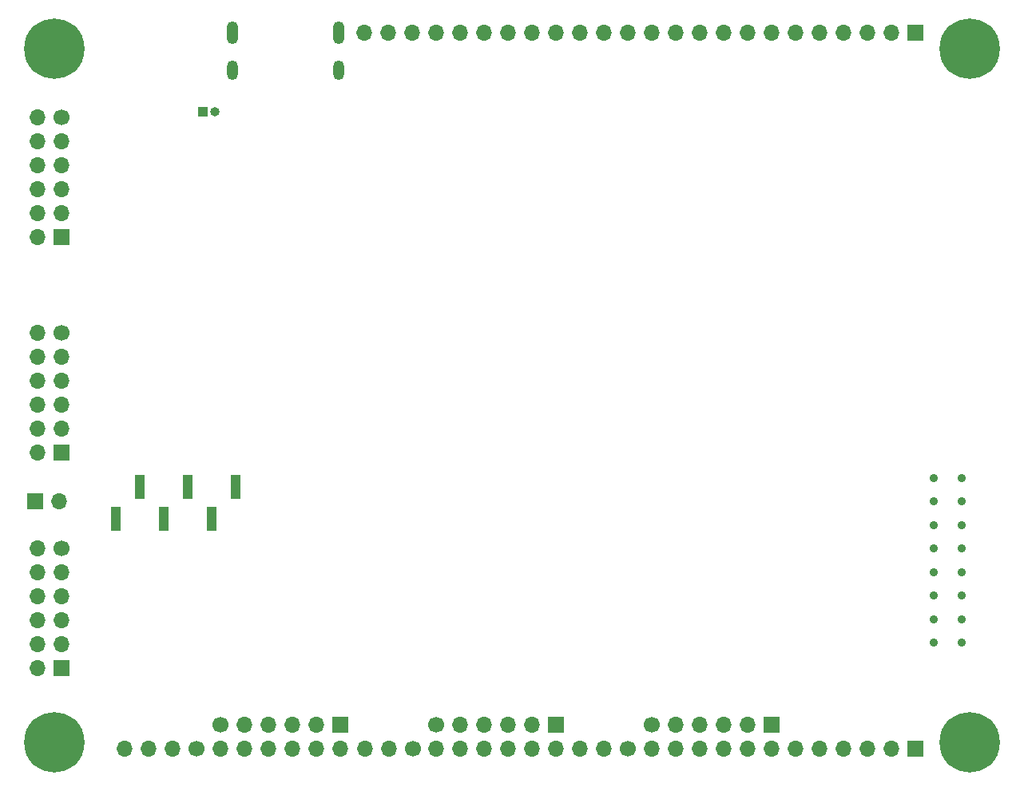
<source format=gbr>
G04 #@! TF.GenerationSoftware,KiCad,Pcbnew,8.0.1-8.0.1-1~ubuntu22.04.1*
G04 #@! TF.CreationDate,2024-04-26T22:25:14-04:00*
G04 #@! TF.ProjectId,tinytapeout-demo,74696e79-7461-4706-956f-75742d64656d,1.2.2*
G04 #@! TF.SameCoordinates,PX35e1f20PY8044ea0*
G04 #@! TF.FileFunction,Soldermask,Bot*
G04 #@! TF.FilePolarity,Negative*
%FSLAX46Y46*%
G04 Gerber Fmt 4.6, Leading zero omitted, Abs format (unit mm)*
G04 Created by KiCad (PCBNEW 8.0.1-8.0.1-1~ubuntu22.04.1) date 2024-04-26 22:25:14*
%MOMM*%
%LPD*%
G01*
G04 APERTURE LIST*
%ADD10C,0.900000*%
%ADD11C,6.400000*%
%ADD12O,1.250000X2.400000*%
%ADD13O,1.180000X2.080000*%
%ADD14R,1.700000X1.700000*%
%ADD15O,1.700000X1.700000*%
%ADD16C,1.700000*%
%ADD17R,1.000000X1.000000*%
%ADD18O,1.000000X1.000000*%
%ADD19R,1.000000X2.510000*%
G04 APERTURE END LIST*
D10*
G04 #@! TO.C,JP7*
X99900000Y16780000D03*
X96900000Y16780000D03*
G04 #@! TD*
G04 #@! TO.C,JP1*
X99900000Y31780000D03*
X96900000Y31780000D03*
G04 #@! TD*
D11*
G04 #@! TO.C,MT3*
X3750000Y77250000D03*
G04 #@! TD*
D12*
G04 #@! TO.C,J15*
X33870000Y79000000D03*
D13*
X22630000Y75000000D03*
X33870000Y75000000D03*
D12*
X22630000Y79000000D03*
G04 #@! TD*
D14*
G04 #@! TO.C,J13*
X4500000Y34440000D03*
D15*
X4500000Y36980000D03*
X4500000Y39520000D03*
X4500000Y42060000D03*
X4500000Y44600000D03*
D16*
X4500000Y47140000D03*
D15*
X1960000Y34440000D03*
X1960000Y36980000D03*
X1960000Y39520000D03*
X1960000Y42060000D03*
X1960000Y44600000D03*
X1960000Y47140000D03*
G04 #@! TD*
D16*
G04 #@! TO.C,J2*
X18810000Y3000000D03*
D15*
X16270000Y3000000D03*
X13730000Y3000000D03*
X11190000Y3000000D03*
G04 #@! TD*
D10*
G04 #@! TO.C,JP3*
X99900000Y26780000D03*
X96900000Y26780000D03*
G04 #@! TD*
D17*
G04 #@! TO.C,J19*
X19500000Y70600000D03*
D18*
X20770000Y70600000D03*
G04 #@! TD*
D10*
G04 #@! TO.C,JP8*
X99900000Y14280000D03*
X96900000Y14280000D03*
G04 #@! TD*
D16*
G04 #@! TO.C,J8*
X64545000Y3000000D03*
D15*
X62005000Y3000000D03*
X59465000Y3000000D03*
G04 #@! TD*
D14*
G04 #@! TO.C,J12*
X4500000Y11580000D03*
D15*
X4500000Y14120000D03*
X4500000Y16660000D03*
X4500000Y19200000D03*
X4500000Y21740000D03*
D16*
X4500000Y24280000D03*
D15*
X1960000Y11580000D03*
X1960000Y14120000D03*
X1960000Y16660000D03*
X1960000Y19200000D03*
X1960000Y21740000D03*
X1960000Y24280000D03*
G04 #@! TD*
D14*
G04 #@! TO.C,J3*
X34045000Y5545000D03*
D15*
X31505000Y5545000D03*
X28965000Y5545000D03*
X26425000Y5545000D03*
X23885000Y5545000D03*
D16*
X21345000Y5545000D03*
D15*
X34045000Y3005000D03*
X31505000Y3005000D03*
X28965000Y3005000D03*
X26425000Y3005000D03*
X23885000Y3005000D03*
X21345000Y3005000D03*
G04 #@! TD*
D11*
G04 #@! TO.C,MT4*
X100750000Y77250000D03*
G04 #@! TD*
G04 #@! TO.C,MT2*
X100750000Y3750000D03*
G04 #@! TD*
D14*
G04 #@! TO.C,J5*
X56905000Y5545000D03*
D15*
X54365000Y5545000D03*
X51825000Y5545000D03*
X49285000Y5545000D03*
X46745000Y5545000D03*
D16*
X44205000Y5545000D03*
D15*
X56905000Y3005000D03*
X54365000Y3005000D03*
X51825000Y3005000D03*
X49285000Y3005000D03*
X46745000Y3005000D03*
X44205000Y3005000D03*
G04 #@! TD*
D10*
G04 #@! TO.C,JP2*
X99900000Y29280000D03*
X96900000Y29280000D03*
G04 #@! TD*
D14*
G04 #@! TO.C,J10*
X1690000Y29260000D03*
D15*
X4230000Y29260000D03*
G04 #@! TD*
D16*
G04 #@! TO.C,J17*
X41700000Y3000000D03*
D15*
X39160000Y3000000D03*
X36620000Y3000000D03*
G04 #@! TD*
D14*
G04 #@! TO.C,J9*
X95000000Y79000000D03*
D15*
X92460000Y79000000D03*
X89920000Y79000000D03*
X87380000Y79000000D03*
X84840000Y79000000D03*
X82300000Y79000000D03*
X79760000Y79000000D03*
X77220000Y79000000D03*
X74680000Y79000000D03*
X72140000Y79000000D03*
X69600000Y79000000D03*
X67060000Y79000000D03*
X64520000Y79000000D03*
X61980000Y79000000D03*
X59440000Y79000000D03*
X56900000Y79000000D03*
X54360000Y79000000D03*
X51820000Y79000000D03*
X49280000Y79000000D03*
X46740000Y79000000D03*
X44200000Y79000000D03*
X41660000Y79000000D03*
X39120000Y79000000D03*
X36580000Y79000000D03*
G04 #@! TD*
D10*
G04 #@! TO.C,JP5*
X99900000Y21780000D03*
X96900000Y21780000D03*
G04 #@! TD*
D14*
G04 #@! TO.C,J14*
X4500000Y57300000D03*
D15*
X4500000Y59840000D03*
X4500000Y62380000D03*
X4500000Y64920000D03*
X4500000Y67460000D03*
D16*
X4500000Y70000000D03*
D15*
X1960000Y57300000D03*
X1960000Y59840000D03*
X1960000Y62380000D03*
X1960000Y64920000D03*
X1960000Y67460000D03*
X1960000Y70000000D03*
G04 #@! TD*
D10*
G04 #@! TO.C,JP6*
X99900000Y19280000D03*
X96900000Y19280000D03*
G04 #@! TD*
D14*
G04 #@! TO.C,J1*
X95000000Y3000000D03*
D15*
X92460000Y3000000D03*
X89920000Y3000000D03*
X87380000Y3000000D03*
X84840000Y3000000D03*
X82300000Y3000000D03*
G04 #@! TD*
D14*
G04 #@! TO.C,J6*
X79765000Y5545000D03*
D15*
X77225000Y5545000D03*
X74685000Y5545000D03*
X72145000Y5545000D03*
X69605000Y5545000D03*
D16*
X67065000Y5545000D03*
D15*
X79765000Y3005000D03*
X77225000Y3005000D03*
X74685000Y3005000D03*
X72145000Y3005000D03*
X69605000Y3005000D03*
X67065000Y3005000D03*
G04 #@! TD*
D10*
G04 #@! TO.C,JP4*
X99900000Y24280000D03*
X96900000Y24280000D03*
G04 #@! TD*
D11*
G04 #@! TO.C,MT1*
X3750000Y3750000D03*
G04 #@! TD*
D19*
G04 #@! TO.C,J11*
X22950000Y30775000D03*
X20410000Y27465000D03*
X17870000Y30775000D03*
X15330000Y27465000D03*
X12790000Y30775000D03*
X10250000Y27465000D03*
G04 #@! TD*
M02*

</source>
